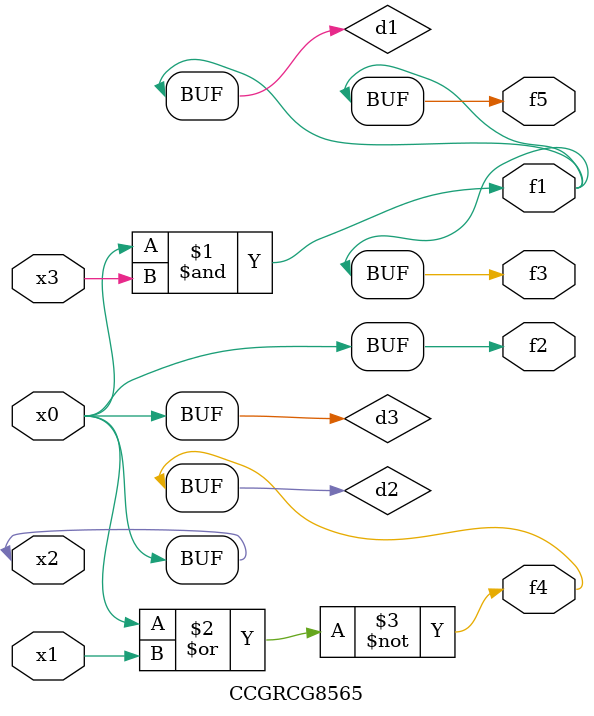
<source format=v>
module CCGRCG8565(
	input x0, x1, x2, x3,
	output f1, f2, f3, f4, f5
);

	wire d1, d2, d3;

	and (d1, x2, x3);
	nor (d2, x0, x1);
	buf (d3, x0, x2);
	assign f1 = d1;
	assign f2 = d3;
	assign f3 = d1;
	assign f4 = d2;
	assign f5 = d1;
endmodule

</source>
